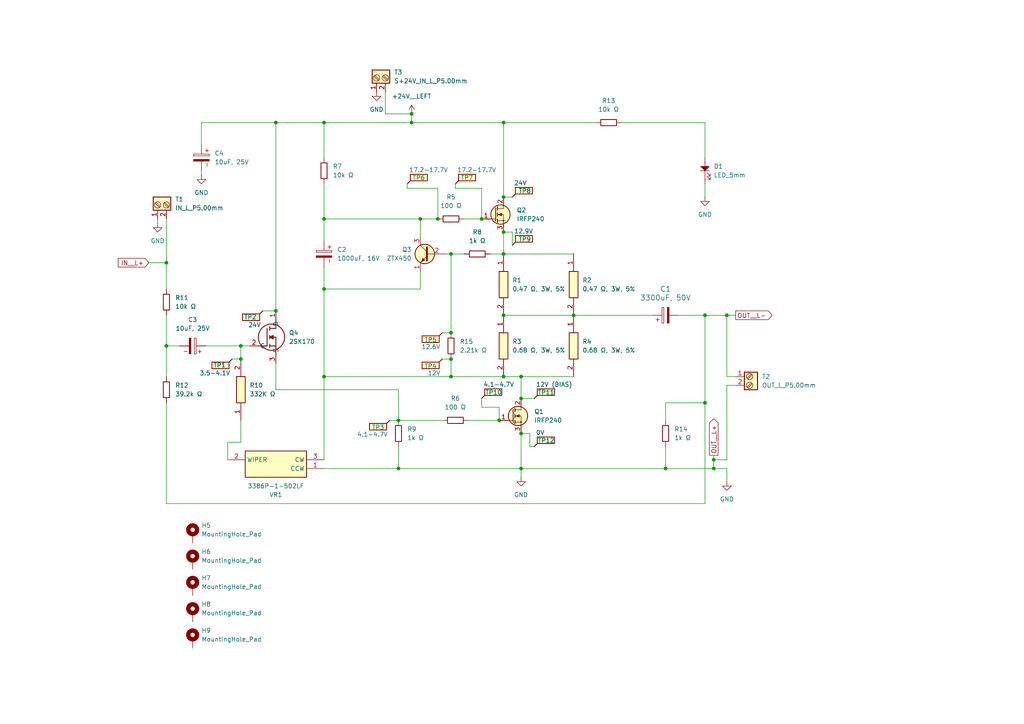
<source format=kicad_sch>
(kicad_sch (version 20231120) (generator "eeschema") (generator_version "8.0")
  (paper "A4")
  (title_block (title "Amp Camp Amp v1.6") (company "Audiophi"))
  (lib_symbols
    (symbol "Connector:TestPoint_Flag" (pin_numbers hide) (pin_names (offset 0.762) hide)
      (property "Reference" "TP" (at 3.429 1.778 0))
      (property "Value" "TestPoint_Flag" (at 3.302 4.191 0))
      (symbol "TestPoint_Flag_0_1"
        (polyline (pts (xy 0 0) (xy 0.889 0.889)) (stroke (width 0.254)))
        (rectangle (start 0.889 2.794) (end 5.842 0.889) (stroke (width 0.254)) (fill (type background)))
      )
      (symbol "TestPoint_Flag_1_1"
        (pin passive line (at 0 0 90) (length 0) (name "1") (number "1"))
      )
    )
    (symbol "Mechanical:MountingHole_Pad" (pin_numbers hide) (pin_names (offset 1.016) hide) (exclude_from_sim yes) (in_bom no)
      (property "Reference" "H" (at 0 6.35 0))
      (property "Value" "MountingHole_Pad" (at 0 4.445 0))
      (symbol "MountingHole_Pad_0_1"
        (circle (center 0 1.27) (radius 1.27) (stroke (width 1.27)))
      )
      (symbol "MountingHole_Pad_1_1"
        (pin input line (at 0 -2.54 90) (length 2.54) (name "1") (number "1"))
      )
    )
    (symbol "PCM_Capacitor_AKL:CP_Radial_D18.0mm_P7.50mm" (pin_numbers hide) (pin_names (offset 0.254))
      (property "Reference" "C" (at 0.635 2.54 0))
      (property "Value" "CP_Radial_D18.0mm_P7.50mm" (at 0.635 -2.54 0))
      (symbol "CP_Radial_D18.0mm_P7.50mm_0_1"
        (rectangle (start -2.286 1.016) (end 2.286 0.508))
        (polyline (pts (xy -1.778 2.286) (xy -0.762 2.286)))
        (polyline (pts (xy -1.27 2.794) (xy -1.27 1.778)))
        (rectangle (start 2.286 -0.508) (end -2.286 -1.016) (fill (type outline)))
      )
      (symbol "CP_Radial_D18.0mm_P7.50mm_0_2"
        (polyline (pts (xy -2.54 -2.54) (xy -0.6604 -0.6604)))
        (polyline (pts (xy 0 2.032) (xy 1.016 2.032)))
        (polyline (pts (xy 0.508 2.54) (xy 0.508 1.524)))
        (polyline (pts (xy 0.6604 0.6604) (xy 2.54 2.54)))
        (polyline (pts (xy -1.8796 0.6096) (xy 0.6096 -1.8796) (xy 0.9652 -1.524) (xy -1.524 0.9652) (xy -1.8796 0.6096)) (fill (type outline)))
        (polyline (pts (xy -0.9652 1.524) (xy 1.524 -0.9652) (xy 1.8796 -0.6096) (xy -0.6096 1.8796) (xy -0.9652 1.524)))
      )
      (symbol "CP_Radial_D18.0mm_P7.50mm_1_1"
        (pin passive line (at 0 3.81 270) (length 2.794) (name "~") (number "1"))
        (pin passive line (at 0 -3.81 90) (length 2.794) (name "~") (number "2"))
      )
      (symbol "CP_Radial_D18.0mm_P7.50mm_1_2"
        (pin passive line (at 2.54 2.54 270) (length 0) (name "~") (number "1"))
        (pin passive line (at -2.54 -2.54 90) (length 0) (name "~") (number "2"))
      )
    )
    (symbol "PCM_SL_Capacitors:1000uF_16V"
      (property "Reference" "C" (at 0 7.62 0))
      (property "Value" "1000uF_16V" (at 0 5.08 0))
      (symbol "1000uF_16V_0_0"
        (text "+" (at -2.032 1.524 0) (effects (font (size 1.27 1.27))))
        (text "-" (at 2.032 1.524 0) (effects (font (size 1.27 1.27))))
      )
      (symbol "1000uF_16V_0_1"
        (rectangle (start -1.016 -2.286) (end -0.508 2.286))
        (rectangle (start 0.508 -2.286) (end 1.016 2.286) (fill (type outline)))
      )
      (symbol "1000uF_16V_1_1"
        (pin passive line (at -3.81 0 0) (length 2.7) (name "~") (number "1"))
        (pin input line (at 3.81 0 180) (length 2.7) (name "~") (number "2"))
      )
    )
    (symbol "PCM_SL_Capacitors:10uF_25V"
      (property "Reference" "C" (at 0 7.62 0))
      (property "Value" "10uF_25V" (at 0 5.08 0))
      (symbol "10uF_25V_0_0"
        (text "+" (at -2.032 1.524 0) (effects (font (size 1.27 1.27))))
        (text "-" (at 2.032 1.524 0) (effects (font (size 1.27 1.27))))
      )
      (symbol "10uF_25V_0_1"
        (rectangle (start -1.016 -2.286) (end -0.508 2.286))
        (rectangle (start 0.508 -2.286) (end 1.016 2.286) (fill (type outline)))
      )
      (symbol "10uF_25V_1_1"
        (pin passive line (at -3.81 0 0) (length 2.7) (name "~") (number "1"))
        (pin input line (at 3.81 0 180) (length 2.7) (name "~") (number "2"))
      )
    )
    (symbol "PCM_SL_Devices:LED_5mm"
      (property "Reference" "D" (at -0.508 5.334 0))
      (property "Value" "LED_5mm" (at -0.508 2.794 0))
      (symbol "LED_5mm_0_1"
        (polyline (pts (xy -1.27 0) (xy -2.54 0)))
        (polyline (pts (xy 0 1.27) (xy 0 -1.27)))
        (polyline (pts (xy 0.508 0.508) (xy 1.524 1.524)))
        (polyline (pts (xy 1.27 0) (xy 2.54 0)))
        (polyline (pts (xy 1.524 0.508) (xy 2.54 1.524)))
        (polyline (pts (xy 1.524 1.524) (xy 0.889 1.524)))
        (polyline (pts (xy 1.524 1.524) (xy 1.524 0.889)))
        (polyline (pts (xy 2.54 1.524) (xy 1.905 1.524)))
        (polyline (pts (xy 2.54 1.524) (xy 2.54 0.889)))
        (polyline (pts (xy 0 0) (xy -1.27 -1.27) (xy -1.27 1.27) (xy 0 0) (xy 1.27 0)) (fill (type outline)))
      )
      (symbol "LED_5mm_1_1"
        (pin passive line (at 3.81 0 180) (length 1.5) (name "~") (number "1"))
        (pin passive line (at -3.81 0 0) (length 1.5) (name "") (number "2"))
      )
    )
    (symbol "PCM_SL_Resistors:100ohm"
      (property "Reference" "R" (at 0 5.08 0))
      (property "Value" "100ohm" (at 0 2.54 0))
      (symbol "100ohm_0_1"
        (rectangle (start -2.286 0.889) (end 2.286 -0.889) (stroke (width 0.24)))
      )
      (symbol "100ohm_1_1"
        (pin passive line (at -3.81 0 0) (length 1.5) (name "") (number "1"))
        (pin passive line (at 3.81 0 180) (length 1.5) (name "~") (number "2"))
      )
    )
    (symbol "PCM_SL_Resistors:10k"
      (property "Reference" "R" (at 0 5.08 0))
      (property "Value" "10k" (at 0 2.54 0))
      (symbol "10k_0_1"
        (rectangle (start -2.286 0.889) (end 2.286 -0.889) (stroke (width 0.24)))
      )
      (symbol "10k_1_1"
        (pin passive line (at -3.81 0 0) (length 1.5) (name "") (number "1"))
        (pin passive line (at 3.81 0 180) (length 1.5) (name "~") (number "2"))
      )
    )
    (symbol "PCM_SL_Resistors:1k"
      (property "Reference" "R" (at 0 5.08 0))
      (property "Value" "1k" (at 0 2.54 0))
      (symbol "1k_0_1"
        (rectangle (start -2.286 0.889) (end 2.286 -0.889) (stroke (width 0.24)))
      )
      (symbol "1k_1_1"
        (pin passive line (at -3.81 0 0) (length 1.5) (name "") (number "1"))
        (pin passive line (at 3.81 0 180) (length 1.5) (name "~") (number "2"))
      )
    )
    (symbol "PCM_SL_Resistors:2.2k"
      (property "Reference" "R" (at 0 5.08 0))
      (property "Value" "2.2k" (at 0 2.54 0))
      (symbol "2.2k_0_1"
        (rectangle (start -2.286 0.889) (end 2.286 -0.889) (stroke (width 0.24)))
      )
      (symbol "2.2k_1_1"
        (pin passive line (at -3.81 0 0) (length 1.5) (name "") (number "1"))
        (pin passive line (at 3.81 0 180) (length 1.5) (name "~") (number "2"))
      )
    )
    (symbol "PCM_SL_Resistors:39k"
      (property "Reference" "R" (at 0 5.08 0))
      (property "Value" "39k" (at 0 2.54 0))
      (symbol "39k_0_1"
        (rectangle (start -2.286 0.889) (end 2.286 -0.889) (stroke (width 0.24)))
      )
      (symbol "39k_1_1"
        (pin passive line (at -3.81 0 0) (length 1.5) (name "") (number "1"))
        (pin passive line (at 3.81 0 180) (length 1.5) (name "~") (number "2"))
      )
    )
    (symbol "PCM_SL_Screw_Terminal:Screw_Terminal_2_P5.00mm"
      (property "Reference" "J" (at 0 3.81 0))
      (property "Value" "Screw_Terminal_2_P5.00mm" (at 0 -3.81 0))
      (symbol "Screw_Terminal_2_P5.00mm_0_1"
        (rectangle (start -1.27 2.54) (end 2.54 -2.54) (stroke (width 0.3)) (fill (type background)))
        (polyline (pts (xy -0.254 -2.032) (xy 1.016 -0.762)))
        (polyline (pts (xy -0.254 0.508) (xy 1.016 1.778)))
        (polyline (pts (xy 0 -1.27) (xy -0.508 -1.778) (xy 0.762 -0.508)))
        (polyline (pts (xy 0 1.27) (xy -0.508 0.762) (xy 0.762 2.032)))
        (circle (center 0.254 -1.27) (radius 0.9158))
        (circle (center 0.254 1.27) (radius 0.9158))
      )
      (symbol "Screw_Terminal_2_P5.00mm_1_1"
        (pin passive line (at -3.81 1.27 0) (length 2.54) (name "") (number "1"))
        (pin passive line (at -3.81 -1.27 0) (length 2.54) (name "") (number "2"))
      )
    )
    (symbol "PCM_Transistor_BJT_AKL:ZTX450" (pin_names hide)
      (property "Reference" "Q" (at 5.08 1.27 0))
      (property "Value" "ZTX450" (at 5.08 -1.27 0))
      (symbol "ZTX450_0_1"
        (polyline (pts (xy 0.635 0.635) (xy 2.54 2.54)))
        (polyline (pts (xy 0.635 -0.635) (xy 2.54 -2.54) (xy 2.54 -2.54)))
        (polyline (pts (xy 0.635 1.905) (xy 0.635 -1.905) (xy 0.635 -1.905)) (stroke (width 0.508)))
        (polyline (pts (xy 1.27 -1.778) (xy 1.778 -1.27) (xy 2.286 -2.286) (xy 1.27 -1.778) (xy 1.27 -1.778)) (fill (type outline)))
        (circle (center 1.27 0) (radius 2.8194) (stroke (width 0.254)) (fill (type background)))
      )
      (symbol "ZTX450_1_1"
        (pin passive line (at 2.54 -5.08 90) (length 2.54) (name "E") (number "1"))
        (pin passive line (at -5.08 0 0) (length 5.715) (name "B") (number "2"))
        (pin passive line (at 2.54 5.08 270) (length 2.54) (name "C") (number "3"))
      )
    )
    (symbol "PCM_Transistor_MOSFET_AKL:IRFP240" (pin_names hide)
      (property "Reference" "Q" (at 5.08 1.27 0))
      (property "Value" "IRFP240" (at 5.08 -1.27 0))
      (symbol "IRFP240_0_1"
        (polyline (pts (xy 0.254 -1.27) (xy -2.54 -1.27)))
        (polyline (pts (xy 0.254 1.905) (xy 0.254 -1.905)) (stroke (width 0.254)))
        (polyline (pts (xy 0.762 -1.778) (xy 2.54 -1.778)))
        (polyline (pts (xy 0.762 -1.27) (xy 0.762 -2.286)) (stroke (width 0.254)))
        (polyline (pts (xy 0.762 0.508) (xy 0.762 -0.508)) (stroke (width 0.254)))
        (polyline (pts (xy 0.762 2.286) (xy 0.762 1.27)) (stroke (width 0.254)))
        (polyline (pts (xy 2.54 1.778) (xy 0.762 1.778)))
        (polyline (pts (xy 2.54 2.54) (xy 2.54 1.778)))
        (polyline (pts (xy 2.54 -2.54) (xy 2.54 0) (xy 0.762 0)))
        (polyline (pts (xy 1.016 0) (xy 2.032 0.381) (xy 2.032 -0.381) (xy 1.016 0)) (fill (type outline)))
        (circle (center 1.651 0) (radius 2.794) (stroke (width 0.254)) (fill (type background)))
        (circle (center 2.54 -1.778) (radius 0.1778) (fill (type outline)))
      )
      (symbol "IRFP240_1_1"
        (pin input line (at -3.81 -1.27 0) (length 2.54) (name "G") (number "1"))
        (pin passive line (at 2.54 5.08 270) (length 2.54) (name "D") (number "2"))
        (pin passive line (at 2.54 -5.08 90) (length 2.54) (name "S") (number "3"))
      )
    )
    (symbol "Samacsys:2SK170"
      (property "Reference" "Q" (at 11.43 3.81 0))
      (property "Value" "2SK170" (at 11.43 1.27 0))
      (symbol "2SK170_1_1"
        (polyline (pts (xy 2.54 0) (xy 5.08 0)) (stroke (width 0.254)))
        (polyline (pts (xy 5.08 5.08) (xy 5.08 0)) (stroke (width 0.254)))
        (polyline (pts (xy 5.842 -0.508) (xy 5.842 0.508)) (stroke (width 0.254)))
        (polyline (pts (xy 5.842 0) (xy 7.62 0)) (stroke (width 0.254)))
        (polyline (pts (xy 5.842 2.032) (xy 5.842 3.048)) (stroke (width 0.254)))
        (polyline (pts (xy 5.842 5.588) (xy 5.842 4.572)) (stroke (width 0.254)))
        (polyline (pts (xy 7.62 2.54) (xy 5.842 2.54)) (stroke (width 0.254)))
        (polyline (pts (xy 7.62 2.54) (xy 7.62 -2.54)) (stroke (width 0.254)))
        (polyline (pts (xy 7.62 5.08) (xy 5.842 5.08)) (stroke (width 0.254)))
        (polyline (pts (xy 7.62 5.08) (xy 7.62 7.62)) (stroke (width 0.254)))
        (polyline (pts (xy 5.842 2.54) (xy 6.858 3.048) (xy 6.858 2.032) (xy 5.842 2.54)) (stroke (width 0.254)) (fill (type outline)))
        (circle (center 6.35 2.54) (radius 3.81) (stroke (width 0.254)))
        (pin passive line (at 7.62 10.16 270) (length 2.54) (name "D") (number "1"))
        (pin passive line (at 0 0 0) (length 2.54) (name "G") (number "2"))
        (pin passive line (at 7.62 -5.08 90) (length 2.54) (name "S") (number "3"))
      )
    )
    (symbol "Samacsys:3386P-1-502LF"
      (property "Reference" "VR" (at 24.13 7.62 0))
      (property "Value" "3386P-1-502LF" (at 24.13 5.08 0))
      (symbol "3386P-1-502LF_1_1"
        (rectangle (start 5.08 2.54) (end 22.86 -5.08) (stroke (width 0.254)) (fill (type background)))
        (pin passive line (at 0 -2.54 0) (length 5.08) (name "CCW") (number "1"))
        (pin passive line (at 27.94 0 180) (length 5.08) (name "WIPER") (number "2"))
        (pin passive line (at 0 0 0) (length 5.08) (name "CW") (number "3"))
      )
    )
    (symbol "Samacsys:ERX-3SJR47V" (pin_names hide)
      (property "Reference" "R" (at 13.97 6.35 0))
      (property "Value" "ERX-3SJR47V" (at 13.97 3.81 0))
      (symbol "ERX-3SJR47V_1_1"
        (rectangle (start 5.08 1.27) (end 12.7 -1.27) (stroke (width 0.254)) (fill (type background)))
        (pin passive line (at 0 0 0) (length 5.08) (name "1") (number "1"))
        (pin passive line (at 17.78 0 180) (length 5.08) (name "2") (number "2"))
      )
    )
    (symbol "Samacsys:ERX-3SJR68A" (pin_names hide)
      (property "Reference" "R" (at 13.97 6.35 0))
      (property "Value" "ERX-3SJR68A" (at 13.97 3.81 0))
      (symbol "ERX-3SJR68A_1_1"
        (rectangle (start 5.08 1.27) (end 12.7 -1.27) (stroke (width 0.254)) (fill (type background)))
        (pin passive line (at 0 0 0) (length 5.08) (name "1") (number "1"))
        (pin passive line (at 17.78 0 180) (length 5.08) (name "2") (number "2"))
      )
    )
    (symbol "Samacsys:RNF14FTD332K" (pin_names hide)
      (property "Reference" "R" (at 13.97 6.35 0))
      (property "Value" "RNF14FTD332K" (at 13.97 3.81 0))
      (symbol "RNF14FTD332K_1_1"
        (rectangle (start 5.08 1.27) (end 12.7 -1.27) (stroke (width 0.254)) (fill (type background)))
        (pin passive line (at 0 0 0) (length 5.08) (name "1") (number "1"))
        (pin passive line (at 17.78 0 180) (length 5.08) (name "2") (number "2"))
      )
    )
    (symbol "power:+24V" (power) (pin_numbers hide) (pin_names (offset 0) hide)
      (property "Value" "+24V" (at 0 3.556 0))
      (symbol "+24V_0_1"
        (polyline (pts (xy -0.762 1.27) (xy 0 2.54)))
        (polyline (pts (xy 0 0) (xy 0 2.54)))
        (polyline (pts (xy 0 2.54) (xy 0.762 1.27)))
      )
      (symbol "+24V_1_1"
        (pin power_in line (at 0 0 90) (length 0) (name "~") (number "1"))
      )
    )
    (symbol "power:GND" (power) (pin_numbers hide) (pin_names (offset 0) hide)
      (property "Value" "GND" (at 0 -3.81 0))
      (symbol "GND_0_1"
        (polyline (pts (xy 0 0) (xy 0 -1.27) (xy 1.27 -1.27) (xy 0 -2.54) (xy -1.27 -1.27) (xy 0 -1.27)))
      )
      (symbol "GND_1_1"
        (pin power_in line (at 0 0 270) (length 0) (name "~") (number "1"))
      )
    )
  )
  (junction (at 146.05 91.44))
  (junction (at 207.01 135.89))
  (junction (at 130.81 73.66))
  (junction (at 207.01 133.35))
  (junction (at 80.01 90.17))
  (junction (at 151.13 109.22))
  (junction (at 115.57 121.92))
  (junction (at 204.47 116.84))
  (junction (at 93.98 83.82))
  (junction (at 139.7 63.5))
  (junction (at 146.05 35.56))
  (junction (at 69.85 100.33))
  (junction (at 48.26 76.2))
  (junction (at 93.98 63.5))
  (junction (at 121.92 63.5))
  (junction (at 151.13 135.89))
  (junction (at 146.05 67.31))
  (junction (at 210.82 91.44))
  (junction (at 151.13 125.73))
  (junction (at 130.81 104.14))
  (junction (at 93.98 35.56))
  (junction (at 151.13 115.57))
  (junction (at 127 63.5))
  (junction (at 166.37 91.44))
  (junction (at 115.57 135.89))
  (junction (at 144.78 121.92))
  (junction (at 130.81 109.22))
  (junction (at 146.05 109.22))
  (junction (at 119.38 35.56))
  (junction (at 146.05 57.15))
  (junction (at 119.38 33.02))
  (junction (at 193.04 135.89))
  (junction (at 69.85 104.14))
  (junction (at 93.98 109.22))
  (junction (at 80.01 35.56))
  (junction (at 146.05 73.66))
  (junction (at 130.81 96.52))
  (junction (at 48.26 100.33))
  (junction (at 204.47 91.44))
  (wire (pts (xy 204.47 91.44) (xy 204.47 116.84)))
  (wire (pts (xy 93.98 83.82) (xy 93.98 109.22)))
  (wire (pts (xy 132.08 54.61) (xy 139.7 54.61)))
  (wire (pts (xy 48.26 76.2) (xy 48.26 83.82)))
  (wire (pts (xy 115.57 135.89) (xy 115.57 129.54)))
  (wire (pts (xy 153.67 125.73) (xy 153.67 129.54)))
  (wire (pts (xy 151.13 109.22) (xy 151.13 115.57)))
  (wire (pts (xy 207.01 133.35) (xy 207.01 135.89)))
  (wire (pts (xy 128.27 104.14) (xy 130.81 104.14)))
  (wire (pts (xy 69.85 100.33) (xy 69.85 104.14)))
  (wire (pts (xy 48.26 100.33) (xy 48.26 109.22)))
  (wire (pts (xy 119.38 35.56) (xy 146.05 35.56)))
  (wire (pts (xy 148.59 67.31) (xy 146.05 67.31)))
  (wire (pts (xy 130.81 73.66) (xy 130.81 96.52)))
  (wire (pts (xy 93.98 35.56) (xy 119.38 35.56)))
  (wire (pts (xy 146.05 73.66) (xy 166.37 73.66)))
  (wire (pts (xy 113.03 121.92) (xy 115.57 121.92)))
  (wire (pts (xy 48.26 116.84) (xy 48.26 146.05)))
  (wire (pts (xy 139.7 54.61) (xy 139.7 63.5)))
  (wire (pts (xy 129.54 73.66) (xy 130.81 73.66)))
  (wire (pts (xy 115.57 113.03) (xy 115.57 121.92)))
  (wire (pts (xy 48.26 100.33) (xy 52.07 100.33)))
  (wire (pts (xy 93.98 63.5) (xy 121.92 63.5)))
  (wire (pts (xy 210.82 135.89) (xy 210.82 139.7)))
  (wire (pts (xy 69.85 100.33) (xy 72.39 100.33)))
  (wire (pts (xy 210.82 91.44) (xy 210.82 109.22)))
  (wire (pts (xy 151.13 109.22) (xy 166.37 109.22)))
  (wire (pts (xy 207.01 135.89) (xy 210.82 135.89)))
  (wire (pts (xy 66.04 128.27) (xy 69.85 128.27)))
  (wire (pts (xy 207.01 133.35) (xy 210.82 133.35)))
  (wire (pts (xy 128.27 96.52) (xy 130.81 96.52)))
  (wire (pts (xy 119.38 33.02) (xy 119.38 35.56)))
  (wire (pts (xy 148.59 67.31) (xy 148.59 71.12)))
  (wire (pts (xy 213.36 111.76) (xy 210.82 111.76)))
  (wire (pts (xy 132.08 53.34) (xy 132.08 54.61)))
  (wire (pts (xy 58.42 35.56) (xy 80.01 35.56)))
  (wire (pts (xy 93.98 109.22) (xy 130.81 109.22)))
  (wire (pts (xy 146.05 109.22) (xy 151.13 109.22)))
  (wire (pts (xy 153.67 129.54) (xy 154.94 129.54)))
  (wire (pts (xy 210.82 111.76) (xy 210.82 133.35)))
  (wire (pts (xy 93.98 35.56) (xy 93.98 45.72)))
  (wire (pts (xy 93.98 83.82) (xy 121.92 83.82)))
  (wire (pts (xy 69.85 121.92) (xy 69.85 128.27)))
  (wire (pts (xy 151.13 135.89) (xy 193.04 135.89)))
  (wire (pts (xy 146.05 35.56) (xy 146.05 57.15)))
  (wire (pts (xy 146.05 35.56) (xy 172.72 35.56)))
  (wire (pts (xy 111.76 26.67) (xy 111.76 33.02)))
  (wire (pts (xy 93.98 77.47) (xy 93.98 83.82)))
  (wire (pts (xy 144.78 118.11) (xy 139.7 118.11)))
  (wire (pts (xy 146.05 91.44) (xy 166.37 91.44)))
  (wire (pts (xy 166.37 91.44) (xy 189.23 91.44)))
  (wire (pts (xy 139.7 63.5) (xy 134.62 63.5)))
  (wire (pts (xy 130.81 73.66) (xy 134.62 73.66)))
  (wire (pts (xy 139.7 118.11) (xy 139.7 115.57)))
  (wire (pts (xy 196.85 91.44) (xy 204.47 91.44)))
  (wire (pts (xy 93.98 53.34) (xy 93.98 63.5)))
  (wire (pts (xy 80.01 35.56) (xy 93.98 35.56)))
  (wire (pts (xy 76.2 90.17) (xy 80.01 90.17)))
  (wire (pts (xy 111.76 33.02) (xy 119.38 33.02)))
  (wire (pts (xy 59.69 100.33) (xy 69.85 100.33)))
  (wire (pts (xy 43.18 76.2) (xy 48.26 76.2)))
  (wire (pts (xy 93.98 63.5) (xy 93.98 69.85)))
  (wire (pts (xy 58.42 49.53) (xy 58.42 50.8)))
  (wire (pts (xy 121.92 68.58) (xy 121.92 63.5)))
  (wire (pts (xy 118.11 53.34) (xy 118.11 54.61)))
  (wire (pts (xy 193.04 116.84) (xy 204.47 116.84)))
  (wire (pts (xy 130.81 109.22) (xy 146.05 109.22)))
  (wire (pts (xy 153.67 125.73) (xy 151.13 125.73)))
  (wire (pts (xy 48.26 146.05) (xy 204.47 146.05)))
  (wire (pts (xy 193.04 129.54) (xy 193.04 135.89)))
  (wire (pts (xy 58.42 41.91) (xy 58.42 35.56)))
  (wire (pts (xy 115.57 121.92) (xy 128.27 121.92)))
  (wire (pts (xy 204.47 116.84) (xy 204.47 146.05)))
  (wire (pts (xy 67.31 104.14) (xy 69.85 104.14)))
  (wire (pts (xy 127 54.61) (xy 127 63.5)))
  (wire (pts (xy 148.59 57.15) (xy 146.05 57.15)))
  (wire (pts (xy 66.04 133.35) (xy 66.04 128.27)))
  (wire (pts (xy 146.05 73.66) (xy 146.05 67.31)))
  (wire (pts (xy 115.57 135.89) (xy 151.13 135.89)))
  (wire (pts (xy 80.01 113.03) (xy 115.57 113.03)))
  (wire (pts (xy 210.82 91.44) (xy 213.36 91.44)))
  (wire (pts (xy 213.36 109.22) (xy 210.82 109.22)))
  (wire (pts (xy 204.47 91.44) (xy 210.82 91.44)))
  (wire (pts (xy 127 54.61) (xy 118.11 54.61)))
  (wire (pts (xy 48.26 91.44) (xy 48.26 100.33)))
  (wire (pts (xy 207.01 132.08) (xy 207.01 133.35)))
  (wire (pts (xy 135.89 121.92) (xy 144.78 121.92)))
  (wire (pts (xy 151.13 135.89) (xy 151.13 138.43)))
  (wire (pts (xy 80.01 105.41) (xy 80.01 113.03)))
  (wire (pts (xy 151.13 115.57) (xy 154.94 115.57)))
  (wire (pts (xy 193.04 121.92) (xy 193.04 116.84)))
  (wire (pts (xy 45.72 63.5) (xy 45.72 64.77)))
  (wire (pts (xy 204.47 57.15) (xy 204.47 53.34)))
  (wire (pts (xy 193.04 135.89) (xy 207.01 135.89)))
  (wire (pts (xy 121.92 63.5) (xy 127 63.5)))
  (wire (pts (xy 130.81 104.14) (xy 130.81 109.22)))
  (wire (pts (xy 144.78 118.11) (xy 144.78 121.92)))
  (wire (pts (xy 151.13 125.73) (xy 151.13 135.89)))
  (wire (pts (xy 204.47 35.56) (xy 204.47 45.72)))
  (wire (pts (xy 93.98 109.22) (xy 93.98 133.35)))
  (wire (pts (xy 93.98 135.89) (xy 115.57 135.89)))
  (wire (pts (xy 180.34 35.56) (xy 204.47 35.56)))
  (wire (pts (xy 121.92 78.74) (xy 121.92 83.82)))
  (wire (pts (xy 48.26 63.5) (xy 48.26 76.2)))
  (wire (pts (xy 80.01 35.56) (xy 80.01 90.17)))
  (wire (pts (xy 142.24 73.66) (xy 146.05 73.66)))
  (global_label "OUT__L+" (shape output) (at 207.01 132.08 90) (property "Intersheetrefs" "${INTERSHEET_REFS}" (effects (hide yes))))
  (global_label "IN__L+" (shape input) (at 43.18 76.2 180) (property "Intersheetrefs" "${INTERSHEET_REFS}" (effects (hide yes))))
  (global_label "OUT__L-" (shape output) (at 213.36 91.44 0) (property "Intersheetrefs" "${INTERSHEET_REFS}" (effects (hide yes))))
  (symbol (lib_id "PCM_SL_Resistors:10k") (at 93.98 49.53 270) (unit 1)
    (property "Reference" "R7" (at 96.52 48.2599 90) (effects (justify left)))
    (property "Value" "10k Ω" (at 96.52 50.7999 90) (effects (justify left)))
    (property "Footprint" "Resistor_THT:R_Axial_DIN0207_L6.3mm_D2.5mm_P10.16mm_Horizontal" (effects (hide yes)))
    (property "Description" "10kΩ, 1/4W Resistor" (effects (hide yes)))
  )
  (symbol (lib_id "PCM_SL_Capacitors:1000uF_16V") (at 93.98 73.66 270) (unit 1)
    (property "Reference" "C2" (at 97.79 72.3899 90) (effects (justify left)))
    (property "Value" "1000uF, 16V" (at 97.79 74.9299 90) (effects (justify left)))
    (property "Footprint" "Capacitor_THT:CP_Radial_D10.0mm_P5.00mm" (effects (hide yes)))
    (property "Description" "1000uF, 16V Electrolytic Capacitor" (effects (hide yes)))
  )
  (symbol (lib_id "Samacsys:RNF14FTD332K") (at 69.85 121.92 90) (unit 1)
    (property "Reference" "R10" (at 72.39 111.7599 90) (effects (justify right)))
    (property "Value" "332K Ω" (at 72.39 114.2999 90) (effects (justify right)))
    (property "Footprint" "Samacsys:RESAD1575W64L635D235" (effects (hide yes)))
    (property "Datasheet" "https://cs.seielect.com/catalog/SEI-RNF_RNMF.pdf" (effects (hide yes)))
    (property "Description" "RES, MF, 1/4W, 332 Kohm, 1%, 100 ppm" (effects (hide yes)))
    (property "Manufacturer_Name" "Stackpole Electronics, Inc." (effects (hide yes)))
    (property "Manufacturer_Part_Number" "RNF14FTD332K" (effects (hide yes)))
  )
  (symbol (lib_id "PCM_SL_Resistors:1k") (at 193.04 125.73 270) (unit 1)
    (property "Reference" "R14" (at 195.58 124.4599 90) (effects (justify left)))
    (property "Value" "1k Ω" (at 195.58 126.9999 90) (effects (justify left)))
    (property "Footprint" "Resistor_THT:R_Axial_DIN0207_L6.3mm_D2.5mm_P10.16mm_Horizontal" (effects (hide yes)))
    (property "Description" "1kΩ, 1/4W Resistor" (effects (hide yes)))
  )
  (symbol (lib_id "PCM_SL_Capacitors:10uF_25V") (at 55.88 100.33 180) (unit 1)
    (property "Reference" "C3" (at 55.88 92.71 0))
    (property "Value" "10uF, 25V" (at 55.88 95.25 0))
    (property "Footprint" "Capacitor_THT:CP_Radial_D5.0mm_P2.00mm" (effects (hide yes)))
    (property "Description" "10uF, 25V Electrolytic Capacitor" (effects (hide yes)))
  )
  (symbol (lib_id "PCM_Transistor_BJT_AKL:ZTX450") (at 124.46 73.66 0) (mirror y) (unit 1)
    (property "Reference" "Q3" (at 119.38 72.3899 0) (effects (justify left)))
    (property "Value" "ZTX450" (at 119.38 74.9299 0) (effects (justify left)))
    (property "Footprint" "PCM_Package_TO_SOT_THT_AKL:TO-92_Inline_Wide_EBC" (effects (hide yes)))
    (property "Datasheet" "https://www.tme.eu/Document/ec64df793d9f413795c041120cf16a4a/ZTX450.pdf" (effects (hide yes)))
    (property "Description" "NPN TO-92 transistor, 45V, 1A, 1W, Alternate KiCAD Library" (effects (hide yes)))
  )
  (symbol (lib_id "Connector:TestPoint_Flag") (at 128.27 104.14 180) (unit 1)
    (property "Reference" "TP4" (at 126.746 106.172 0) (effects (justify left)))
    (property "Value" "12V" (at 127.762 108.204 0) (effects (justify left)))
    (property "Footprint" "TestPoint:TestPoint_Pad_D1.5mm" (effects (hide yes)))
    (property "Description" "test point (alternative flag-style design)" (effects (hide yes)))
  )
  (symbol (lib_id "power:GND") (at 58.42 50.8 0) (unit 1)
    (property "Reference" "#PWR01" (effects (hide yes)))
    (property "Value" "GND" (at 58.42 55.88 0))
    (property "Description" "Power symbol creates a global label with name \"GND\" , ground" (effects (hide yes)))
  )
  (symbol (lib_id "Connector:TestPoint_Flag") (at 128.27 96.52 180) (unit 1)
    (property "Reference" "TP5" (at 126.746 98.552 0) (effects (justify left)))
    (property "Value" "12.6V" (at 127.762 100.584 0) (effects (justify left)))
    (property "Footprint" "TestPoint:TestPoint_Pad_D1.5mm" (effects (hide yes)))
    (property "Description" "test point (alternative flag-style design)" (effects (hide yes)))
  )
  (symbol (lib_id "PCM_SL_Screw_Terminal:Screw_Terminal_2_P5.00mm") (at 217.17 110.49 0) (unit 1)
    (property "Reference" "T2" (at 220.98 109.2199 0) (effects (justify left)))
    (property "Value" "OUT_L_P5.00mm" (at 220.98 111.7599 0) (effects (justify left)))
    (property "Footprint" "TerminalBlock_Phoenix:TerminalBlock_Phoenix_PT-1,5-2-5.0-H_1x02_P5.00mm_Horizontal" (effects (hide yes)))
  )
  (symbol (lib_id "PCM_SL_Resistors:39k") (at 48.26 113.03 270) (unit 1)
    (property "Reference" "R12" (at 50.8 111.7599 90) (effects (justify left)))
    (property "Value" "39.2k Ω" (at 50.8 114.2999 90) (effects (justify left)))
    (property "Footprint" "Resistor_THT:R_Axial_DIN0207_L6.3mm_D2.5mm_P10.16mm_Horizontal" (effects (hide yes)))
    (property "Description" "39kΩ, 1/4W Resistor" (effects (hide yes)))
  )
  (symbol (lib_id "Samacsys:ERX-3SJR47V") (at 166.37 73.66 270) (unit 1)
    (property "Reference" "R2" (at 168.91 81.2799 90) (effects (justify left)))
    (property "Value" "0.47 Ω, 3W, 5%" (at 168.91 83.8199 90) (effects (justify left)))
    (property "Footprint" "Samacsys:RESAD3700W85L1500D550" (effects (hide yes)))
    (property "Datasheet" "https://industrial.panasonic.com/cdbs/www-data/pdf/RDB0000/AOA0000C349.pdf" (effects (hide yes)))
    (property "Description" "Res Metal Film 0.47 Ohm 5% 3W +/-300ppm/C Conformal Coated AXL Bulk" (effects (hide yes)))
    (property "Manufacturer_Name" "Panasonic" (effects (hide yes)))
    (property "Manufacturer_Part_Number" "ERX-3SJR47V" (effects (hide yes)))
  )
  (symbol (lib_id "Connector:TestPoint_Flag") (at 113.03 121.92 180) (unit 1)
    (property "Reference" "TP3" (at 111.506 123.952 0) (effects (justify left)))
    (property "Value" "4.1-4.7V" (at 112.522 125.984 0) (effects (justify left)))
    (property "Footprint" "TestPoint:TestPoint_Pad_D1.5mm" (effects (hide yes)))
    (property "Description" "test point (alternative flag-style design)" (effects (hide yes)))
  )
  (symbol (lib_id "Connector:TestPoint_Flag") (at 148.59 57.15 0) (unit 1)
    (property "Reference" "TP8" (at 150.368 55.372 0) (effects (justify left)))
    (property "Value" "24V" (at 149.098 53.086 0) (effects (justify left)))
    (property "Footprint" "TestPoint:TestPoint_Pad_D1.5mm" (effects (hide yes)))
    (property "Description" "test point (alternative flag-style design)" (effects (hide yes)))
  )
  (symbol (lib_id "Samacsys:3386P-1-502LF") (at 93.98 133.35 0) (mirror y) (unit 1)
    (property "Reference" "VR1" (at 80.01 143.51 0))
    (property "Value" "3386P-1-502LF" (at 80.01 140.97 0))
    (property "Footprint" "Samacsys:3386P_1" (effects (hide yes)))
    (property "Datasheet" "http://uk.rs-online.com/web/p/products/5222772P" (effects (hide yes)))
    (property "Description" "Bourns 3386P Series Through Hole Trimmer Resistor with Pin Terminations, 5k +/-10% 1/2W +/-100ppm/C Top Adjust" (effects (hide yes)))
    (property "RS Part Number" "5222772P" (effects (hide yes)))
    (property "RS Price/Stock" "http://uk.rs-online.com/web/p/products/5222772P" (effects (hide yes)))
    (property "Manufacturer_Name" "Bourns" (effects (hide yes)))
    (property "Manufacturer_Part_Number" "3386P-1-502LF" (effects (hide yes)))
    (property "Allied_Number" "70154094" (effects (hide yes)))
  )
  (symbol (lib_id "power:GND") (at 151.13 138.43 0) (unit 1)
    (property "Reference" "#PWR03" (effects (hide yes)))
    (property "Value" "GND" (at 151.13 143.51 0))
    (property "Description" "Power symbol creates a global label with name \"GND\" , ground" (effects (hide yes)))
  )
  (symbol (lib_id "Mechanical:MountingHole_Pad") (at 55.88 185.42 0) (unit 1) (exclude_from_sim yes) (in_bom no)
    (property "Reference" "H9" (at 58.42 182.8799 0) (effects (justify left)))
    (property "Value" "MountingHole_Pad" (at 58.42 185.4199 0) (effects (justify left)))
    (property "Footprint" "MountingHole:MountingHole_2.7mm_Pad" (effects (hide yes)))
    (property "Description" "Mounting Hole with connection" (effects (hide yes)))
  )
  (symbol (lib_id "power:GND") (at 210.82 139.7 0) (unit 1)
    (property "Reference" "#PWR05" (effects (hide yes)))
    (property "Value" "GND" (at 210.82 144.78 0))
    (property "Description" "Power symbol creates a global label with name \"GND\" , ground" (effects (hide yes)))
  )
  (symbol (lib_id "PCM_SL_Resistors:10k") (at 176.53 35.56 0) (unit 1)
    (property "Reference" "R13" (at 176.53 29.21 0))
    (property "Value" "10k Ω" (at 176.53 31.75 0))
    (property "Footprint" "Resistor_THT:R_Axial_DIN0207_L6.3mm_D2.5mm_P10.16mm_Horizontal" (effects (hide yes)))
    (property "Description" "10kΩ, 1/4W Resistor" (effects (hide yes)))
  )
  (symbol (lib_id "power:GND") (at 204.47 57.15 0) (unit 1)
    (property "Reference" "#PWR04" (effects (hide yes)))
    (property "Value" "GND" (at 204.47 62.23 0))
    (property "Description" "Power symbol creates a global label with name \"GND\" , ground" (effects (hide yes)))
  )
  (symbol (lib_id "PCM_SL_Resistors:1k") (at 115.57 125.73 270) (unit 1)
    (property "Reference" "R9" (at 118.11 124.4599 90) (effects (justify left)))
    (property "Value" "1k Ω" (at 118.11 126.9999 90) (effects (justify left)))
    (property "Footprint" "Resistor_THT:R_Axial_DIN0207_L6.3mm_D2.5mm_P10.16mm_Horizontal" (effects (hide yes)))
    (property "Description" "1kΩ, 1/4W Resistor" (effects (hide yes)))
  )
  (symbol (lib_id "Connector:TestPoint_Flag") (at 76.2 90.17 180) (unit 1)
    (property "Reference" "TP2" (at 74.422 91.948 0) (effects (justify left)))
    (property "Value" "24V" (at 75.692 94.234 0) (effects (justify left)))
    (property "Footprint" "TestPoint:TestPoint_Pad_D1.5mm" (effects (hide yes)))
    (property "Description" "test point (alternative flag-style design)" (effects (hide yes)))
  )
  (symbol (lib_id "power:+24V") (at 119.38 33.02 0) (unit 1)
    (property "Reference" "#PWR02" (effects (hide yes)))
    (property "Value" "+24V__LEFT" (at 119.38 27.94 0))
    (property "Description" "Power symbol creates a global label with name \"+24V\"" (effects (hide yes)))
  )
  (symbol (lib_id "power:GND") (at 45.72 64.77 0) (unit 1)
    (property "Reference" "#PWR012" (effects (hide yes)))
    (property "Value" "GND" (at 45.72 69.85 0))
    (property "Description" "Power symbol creates a global label with name \"GND\" , ground" (effects (hide yes)))
  )
  (symbol (lib_id "Samacsys:2SK170") (at 72.39 100.33 0) (unit 1)
    (property "Reference" "Q4" (at 83.82 96.5199 0) (effects (justify left)))
    (property "Value" "2SK170" (at 83.82 99.0599 0) (effects (justify left)))
    (property "Footprint" "Samacsys:2SK170" (effects (hide yes)))
    (property "Datasheet" "https://www.mouser.com/ds/2/408/6909-57550.pdf" (effects (hide yes)))
    (property "Description" "Small Signal Field-Effect Transistor, 1-Element, N-Channel, Silicon, Junction FET" (effects (hide yes)))
    (property "Height" "6.5" (effects (hide yes)))
    (property "Manufacturer_Name" "Toshiba" (effects (hide yes)))
    (property "Manufacturer_Part_Number" "2SK170" (effects (hide yes)))
  )
  (symbol (lib_id "Connector:TestPoint_Flag") (at 148.59 71.12 0) (unit 1)
    (property "Reference" "TP9" (at 150.368 69.342 0) (effects (justify left)))
    (property "Value" "12.9V" (at 149.098 67.056 0) (effects (justify left)))
    (property "Footprint" "TestPoint:TestPoint_Pad_D1.5mm" (effects (hide yes)))
    (property "Description" "test point (alternative flag-style design)" (effects (hide yes)))
  )
  (symbol (lib_id "PCM_SL_Resistors:100ohm") (at 130.81 63.5 0) (unit 1)
    (property "Reference" "R5" (at 130.81 57.15 0))
    (property "Value" "100 Ω" (at 130.81 59.69 0))
    (property "Footprint" "Resistor_THT:R_Axial_DIN0207_L6.3mm_D2.5mm_P10.16mm_Horizontal" (effects (hide yes)))
    (property "Description" "100Ω, 1/4W Resistor" (effects (hide yes)))
  )
  (symbol (lib_id "Samacsys:ERX-3SJR68A") (at 146.05 91.44 270) (unit 1)
    (property "Reference" "R3" (at 148.59 99.0599 90) (effects (justify left)))
    (property "Value" "0.68 Ω, 3W, 5%" (at 148.59 101.5999 90) (effects (justify left)))
    (property "Footprint" "Samacsys:RESAD3700W85L1500D550" (effects (hide yes)))
    (property "Description" "Metal Film Resistors - Through Hole 0.68ohm 3W 5%" (effects (hide yes)))
    (property "Manufacturer_Name" "Panasonic" (effects (hide yes)))
    (property "Manufacturer_Part_Number" "ERX-3SJR68A" (effects (hide yes)))
  )
  (symbol (lib_id "PCM_SL_Resistors:100ohm") (at 132.08 121.92 0) (unit 1)
    (property "Reference" "R6" (at 132.08 115.57 0))
    (property "Value" "100 Ω" (at 132.08 118.11 0))
    (property "Footprint" "Resistor_THT:R_Axial_DIN0207_L6.3mm_D2.5mm_P10.16mm_Horizontal" (effects (hide yes)))
    (property "Description" "100Ω, 1/4W Resistor" (effects (hide yes)))
  )
  (symbol (lib_id "PCM_Capacitor_AKL:CP_Radial_D18.0mm_P7.50mm") (at 193.04 91.44 90) (unit 1)
    (property "Reference" "C1" (at 193.04 83.82 90) (effects (font (size 1.524 1.524))))
    (property "Value" "3300uF, 50V" (at 193.04 86.36 90) (effects (font (size 1.524 1.524))))
    (property "Footprint" "PCM_Capacitor_THT_AKL:CP_Radial_D18.0mm_P7.50mm" (effects (hide yes)))
    (property "Description" "THT Electrolytic Capacitor, 18.0mm Diameter, 7.50mm Pitch, European Symbol, Alternate KiCad Library" (effects (hide yes)))
  )
  (symbol (lib_id "Connector:TestPoint_Flag") (at 139.7 115.57 0) (unit 1)
    (property "Reference" "TP10" (at 140.716 113.792 0) (effects (justify left)))
    (property "Value" "4.1-4.7V" (at 140.208 111.506 0) (effects (justify left)))
    (property "Footprint" "TestPoint:TestPoint_Pad_D1.5mm" (effects (hide yes)))
    (property "Description" "test point (alternative flag-style design)" (effects (hide yes)))
  )
  (symbol (lib_id "Mechanical:MountingHole_Pad") (at 55.88 154.94 0) (unit 1) (exclude_from_sim yes) (in_bom no)
    (property "Reference" "H5" (at 58.42 152.3999 0) (effects (justify left)))
    (property "Value" "MountingHole_Pad" (at 58.42 154.9399 0) (effects (justify left)))
    (property "Footprint" "MountingHole:MountingHole_2.7mm_Pad" (effects (hide yes)))
    (property "Description" "Mounting Hole with connection" (effects (hide yes)))
  )
  (symbol (lib_id "Connector:TestPoint_Flag") (at 67.31 104.14 180) (unit 1)
    (property "Reference" "TP1" (at 65.532 105.918 0) (effects (justify left)))
    (property "Value" "3.5-4.1V" (at 66.802 108.204 0) (effects (justify left)))
    (property "Footprint" "TestPoint:TestPoint_Pad_D1.5mm" (effects (hide yes)))
    (property "Description" "test point (alternative flag-style design)" (effects (hide yes)))
  )
  (symbol (lib_id "PCM_Transistor_MOSFET_AKL:IRFP240") (at 148.59 120.65 0) (unit 1)
    (property "Reference" "Q1" (at 154.94 119.3799 0) (effects (justify left)))
    (property "Value" "IRFP240" (at 154.94 121.9199 0) (effects (justify left)))
    (property "Footprint" "PCM_Package_TO_SOT_THT_AKL:TO-247-3_Vertical_GDS" (effects (hide yes)))
    (property "Datasheet" "https://www.tme.eu/Document/0031adfbe26ec12f6c3fd4de8f1052b9/IRFP240PBF.pdf" (effects (hide yes)))
    (property "Description" "TO-247 N-MOSFET enchancement mode transistor, 200V, 20A, 150W, Alternate KiCAD Library" (effects (hide yes)))
  )
  (symbol (lib_id "Samacsys:ERX-3SJR47V") (at 146.05 73.66 270) (unit 1)
    (property "Reference" "R1" (at 148.59 81.2799 90) (effects (justify left)))
    (property "Value" "0.47 Ω, 3W, 5%" (at 148.59 83.8199 90) (effects (justify left)))
    (property "Footprint" "Samacsys:RESAD3700W85L1500D550" (effects (hide yes)))
    (property "Datasheet" "https://industrial.panasonic.com/cdbs/www-data/pdf/RDB0000/AOA0000C349.pdf" (effects (hide yes)))
    (property "Description" "Res Metal Film 0.47 Ohm 5% 3W +/-300ppm/C Conformal Coated AXL Bulk" (effects (hide yes)))
    (property "Manufacturer_Name" "Panasonic" (effects (hide yes)))
    (property "Manufacturer_Part_Number" "ERX-3SJR47V" (effects (hide yes)))
  )
  (symbol (lib_id "PCM_SL_Resistors:10k") (at 48.26 87.63 270) (unit 1)
    (property "Reference" "R11" (at 50.8 86.3599 90) (effects (justify left)))
    (property "Value" "10k Ω" (at 50.8 88.8999 90) (effects (justify left)))
    (property "Footprint" "Resistor_THT:R_Axial_DIN0207_L6.3mm_D2.5mm_P10.16mm_Horizontal" (effects (hide yes)))
    (property "Description" "10kΩ, 1/4W Resistor" (effects (hide yes)))
  )
  (symbol (lib_id "PCM_SL_Resistors:1k") (at 138.43 73.66 0) (unit 1)
    (property "Reference" "R8" (at 138.43 67.31 0))
    (property "Value" "1k Ω" (at 138.43 69.85 0))
    (property "Footprint" "Resistor_THT:R_Axial_DIN0207_L6.3mm_D2.5mm_P10.16mm_Horizontal" (effects (hide yes)))
    (property "Description" "1kΩ, 1/4W Resistor" (effects (hide yes)))
  )
  (symbol (lib_id "PCM_SL_Capacitors:10uF_25V") (at 58.42 45.72 270) (unit 1)
    (property "Reference" "C4" (at 62.23 44.4499 90) (effects (justify left)))
    (property "Value" "10uF, 25V" (at 62.23 46.9899 90) (effects (justify left)))
    (property "Footprint" "Capacitor_THT:CP_Radial_D5.0mm_P2.00mm" (effects (hide yes)))
    (property "Description" "10uF, 25V Electrolytic Capacitor" (effects (hide yes)))
  )
  (symbol (lib_id "PCM_SL_Screw_Terminal:Screw_Terminal_2_P5.00mm") (at 110.49 22.86 90) (unit 1)
    (property "Reference" "T3" (at 114.3 20.9549 90) (effects (justify right)))
    (property "Value" "S+24V_IN_L_P5.00mm" (at 114.3 23.4949 90) (effects (justify right)))
    (property "Footprint" "TerminalBlock_Phoenix:TerminalBlock_Phoenix_PT-1,5-2-5.0-H_1x02_P5.00mm_Horizontal" (effects (hide yes)))
  )
  (symbol (lib_id "power:GND") (at 109.22 26.67 0) (unit 1)
    (property "Reference" "#PWR013" (effects (hide yes)))
    (property "Value" "GND" (at 109.22 31.75 0))
    (property "Description" "Power symbol creates a global label with name \"GND\" , ground" (effects (hide yes)))
  )
  (symbol (lib_id "PCM_SL_Screw_Terminal:Screw_Terminal_2_P5.00mm") (at 46.99 59.69 90) (unit 1)
    (property "Reference" "T1" (at 50.8 57.7849 90) (effects (justify right)))
    (property "Value" "IN_L_P5.00mm" (at 50.8 60.3249 90) (effects (justify right)))
    (property "Footprint" "TerminalBlock_Phoenix:TerminalBlock_Phoenix_PT-1,5-2-5.0-H_1x02_P5.00mm_Horizontal" (effects (hide yes)))
  )
  (symbol (lib_id "Samacsys:ERX-3SJR68A") (at 166.37 91.44 270) (unit 1)
    (property "Reference" "R4" (at 168.91 99.0599 90) (effects (justify left)))
    (property "Value" "0.68 Ω, 3W, 5%" (at 168.91 101.5999 90) (effects (justify left)))
    (property "Footprint" "Samacsys:RESAD3700W85L1500D550" (effects (hide yes)))
    (property "Description" "Metal Film Resistors - Through Hole 0.68ohm 3W 5%" (effects (hide yes)))
    (property "Manufacturer_Name" "Panasonic" (effects (hide yes)))
    (property "Manufacturer_Part_Number" "ERX-3SJR68A" (effects (hide yes)))
  )
  (symbol (lib_id "Connector:TestPoint_Flag") (at 154.94 129.54 0) (unit 1)
    (property "Reference" "TP12" (at 155.956 127.762 0) (effects (justify left)))
    (property "Value" "0V" (at 155.448 125.476 0) (effects (justify left)))
    (property "Footprint" "TestPoint:TestPoint_Pad_D1.5mm" (effects (hide yes)))
    (property "Description" "test point (alternative flag-style design)" (effects (hide yes)))
  )
  (symbol (lib_id "Connector:TestPoint_Flag") (at 118.11 53.34 0) (unit 1)
    (property "Reference" "TP6" (at 119.634 51.562 0) (effects (justify left)))
    (property "Value" "17.2-17.7V" (at 118.618 49.276 0) (effects (justify left)))
    (property "Footprint" "TestPoint:TestPoint_Pad_D1.5mm" (effects (hide yes)))
    (property "Description" "test point (alternative flag-style design)" (effects (hide yes)))
  )
  (symbol (lib_id "Mechanical:MountingHole_Pad") (at 55.88 162.56 0) (unit 1) (exclude_from_sim yes) (in_bom no)
    (property "Reference" "H6" (at 58.42 160.0199 0) (effects (justify left)))
    (property "Value" "MountingHole_Pad" (at 58.42 162.5599 0) (effects (justify left)))
    (property "Footprint" "MountingHole:MountingHole_2.7mm_Pad" (effects (hide yes)))
    (property "Description" "Mounting Hole with connection" (effects (hide yes)))
  )
  (symbol (lib_id "Connector:TestPoint_Flag") (at 132.08 53.34 0) (unit 1)
    (property "Reference" "TP7" (at 133.604 51.562 0) (effects (justify left)))
    (property "Value" "17.2-17.7V" (at 132.588 49.276 0) (effects (justify left)))
    (property "Footprint" "TestPoint:TestPoint_Pad_D1.5mm" (effects (hide yes)))
    (property "Description" "test point (alternative flag-style design)" (effects (hide yes)))
  )
  (symbol (lib_id "PCM_SL_Devices:LED_5mm") (at 204.47 49.53 270) (unit 1)
    (property "Reference" "D1" (at 207.01 48.2599 90) (effects (justify left)))
    (property "Value" "LED_5mm" (at 207.01 50.7999 90) (effects (justify left)))
    (property "Footprint" "LED_THT:LED_D5.0mm" (effects (hide yes)))
    (property "Description" "Common 5mm diameter LED" (effects (hide yes)))
  )
  (symbol (lib_id "Mechanical:MountingHole_Pad") (at 55.88 177.8 0) (unit 1) (exclude_from_sim yes) (in_bom no)
    (property "Reference" "H8" (at 58.42 175.2599 0) (effects (justify left)))
    (property "Value" "MountingHole_Pad" (at 58.42 177.7999 0) (effects (justify left)))
    (property "Footprint" "MountingHole:MountingHole_2.7mm_Pad" (effects (hide yes)))
    (property "Description" "Mounting Hole with connection" (effects (hide yes)))
  )
  (symbol (lib_id "PCM_Transistor_MOSFET_AKL:IRFP240") (at 143.51 62.23 0) (unit 1)
    (property "Reference" "Q2" (at 149.86 60.9599 0) (effects (justify left)))
    (property "Value" "IRFP240" (at 149.86 63.4999 0) (effects (justify left)))
    (property "Footprint" "PCM_Package_TO_SOT_THT_AKL:TO-247-3_Vertical_GDS" (effects (hide yes)))
    (property "Datasheet" "https://www.tme.eu/Document/0031adfbe26ec12f6c3fd4de8f1052b9/IRFP240PBF.pdf" (effects (hide yes)))
    (property "Description" "TO-247 N-MOSFET enchancement mode transistor, 200V, 20A, 150W, Alternate KiCAD Library" (effects (hide yes)))
  )
  (symbol (lib_id "Connector:TestPoint_Flag") (at 154.94 115.57 0) (unit 1)
    (property "Reference" "TP11" (at 155.956 113.792 0) (effects (justify left)))
    (property "Value" "12V (BIAS)" (at 155.448 111.506 0) (effects (justify left)))
    (property "Footprint" "TestPoint:TestPoint_Pad_D1.5mm" (effects (hide yes)))
    (property "Description" "test point (alternative flag-style design)" (effects (hide yes)))
  )
  (symbol (lib_id "PCM_SL_Resistors:2.2k") (at 130.81 100.33 270) (unit 1)
    (property "Reference" "R15" (at 133.35 99.0599 90) (effects (justify left)))
    (property "Value" "2.21k Ω" (at 133.35 101.5999 90) (effects (justify left)))
    (property "Footprint" "Resistor_THT:R_Axial_DIN0207_L6.3mm_D2.5mm_P10.16mm_Horizontal" (effects (hide yes)))
    (property "Description" "2.2kΩ, 1/4W Resistor" (effects (hide yes)))
  )
  (symbol (lib_id "Mechanical:MountingHole_Pad") (at 55.88 170.18 0) (unit 1) (exclude_from_sim yes) (in_bom no)
    (property "Reference" "H7" (at 58.42 167.6399 0) (effects (justify left)))
    (property "Value" "MountingHole_Pad" (at 58.42 170.1799 0) (effects (justify left)))
    (property "Footprint" "MountingHole:MountingHole_2.7mm_Pad" (effects (hide yes)))
    (property "Description" "Mounting Hole with connection" (effects (hide yes)))
  )
)
</source>
